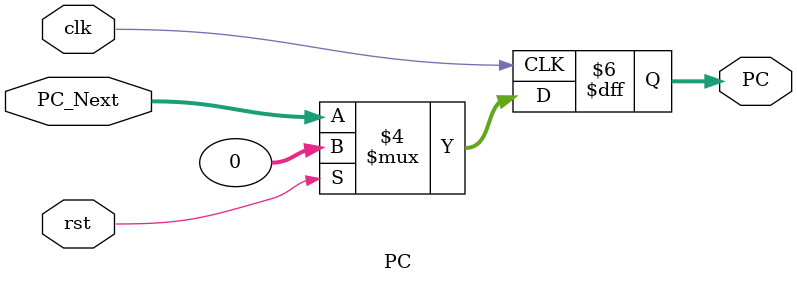
<source format=v>
`timescale 1ns / 1ps


module PC(clk,rst,PC,PC_Next);

input clk,rst;
input [31:0] PC_Next;
output reg [31:0] PC;

always@(posedge clk) begin
if(rst==1'b1) PC <= 32'h0;
else PC <= PC_Next;
end

endmodule

</source>
